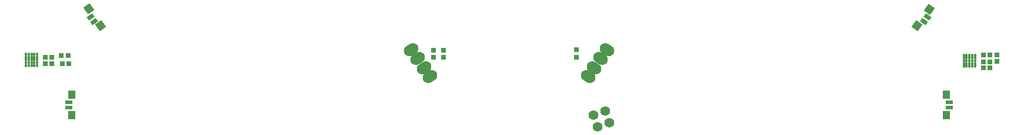
<source format=gts>
%FSTAX23Y23*%
%MOIN*%
%SFA1B1*%

%IPPOS*%
%AMD36*
4,1,4,-0.031400,0.006600,-0.004000,-0.031800,0.031400,-0.006600,0.004000,0.031800,-0.031400,0.006600,0.0*
%
%AMD37*
4,1,4,-0.009200,-0.021000,0.022900,0.001800,0.009200,0.021000,-0.022900,-0.001800,-0.009200,-0.021000,0.0*
%
%AMD38*
4,1,4,0.004000,-0.031800,0.031400,0.006600,-0.004000,0.031800,-0.031400,-0.006600,0.004000,-0.031800,0.0*
%
%AMD39*
4,1,4,0.022900,-0.001800,-0.009200,0.021000,-0.022900,0.001800,0.009200,-0.021000,0.022900,-0.001800,0.0*
%
%AMD44*
4,1,4,-0.008400,-0.032600,0.027700,0.019000,0.008400,0.032600,-0.027700,-0.019000,-0.008400,-0.032600,0.0*
1,1,0.063120,0.009700,-0.006800*
1,1,0.063120,-0.009700,0.006800*
%
%AMD45*
4,1,4,-0.027700,0.019000,0.008400,-0.032600,0.027700,-0.019000,-0.008400,0.032600,-0.027700,0.019000,0.0*
1,1,0.063120,-0.009700,-0.006800*
1,1,0.063120,0.009700,0.006800*
%
%ADD33C,0.018000*%
%ADD34R,0.039500X0.023750*%
%ADD35R,0.043430X0.047370*%
G04~CAMADD=36~9~0.0~0.0~473.7~434.3~0.0~0.0~0~0.0~0.0~0.0~0.0~0~0.0~0.0~0.0~0.0~0~0.0~0.0~0.0~125.5~628.0~635.0*
%ADD36D36*%
G04~CAMADD=37~9~0.0~0.0~395.0~237.5~0.0~0.0~0~0.0~0.0~0.0~0.0~0~0.0~0.0~0.0~0.0~0~0.0~0.0~0.0~215.5~458.0~419.0*
%ADD37D37*%
G04~CAMADD=38~9~0.0~0.0~473.7~434.3~0.0~0.0~0~0.0~0.0~0.0~0.0~0~0.0~0.0~0.0~0.0~0~0.0~0.0~0.0~234.5~628.0~635.0*
%ADD38D38*%
G04~CAMADD=39~9~0.0~0.0~395.0~237.5~0.0~0.0~0~0.0~0.0~0.0~0.0~0~0.0~0.0~0.0~0.0~0~0.0~0.0~0.0~324.5~458.0~419.0*
%ADD39D39*%
%ADD40R,0.030000X0.031620*%
%ADD41R,0.031620X0.030000*%
%ADD42R,0.029650X0.029650*%
%ADD43C,0.055240*%
G04~CAMADD=44~3~0.0~0.0~631.2~867.4~0.0~0.0~0~0.0~0.0~0.0~0.0~0~0.0~0.0~0.0~0.0~0~0.0~0.0~0.0~235.0~820.0~762.0*
%ADD44D44*%
G04~CAMADD=45~3~0.0~0.0~631.2~867.4~0.0~0.0~0~0.0~0.0~0.0~0.0~0~0.0~0.0~0.0~0.0~0~0.0~0.0~0.0~125.0~820.0~762.0*
%ADD45D45*%
%LNfront_flex-1*%
%LPD*%
G54D33*
X-02738Y0066D03*
X-02722D03*
X-02706D03*
X-02691D03*
X-02675D03*
X-02738Y00644D03*
X-02722D03*
X-02706D03*
X-02691D03*
X-02675D03*
X-02738Y00628D03*
X-02722D03*
X-02706D03*
X-02691D03*
X-02675D03*
X-02738Y00613D03*
X-02722D03*
X-02706D03*
X-02691D03*
X-02675D03*
X-02738Y00597D03*
X-02722D03*
X-02706D03*
X-02691D03*
X-02675D03*
X02577Y00654D03*
X02592D03*
X02608D03*
X02624D03*
X0264D03*
X02577Y00639D03*
X02592D03*
X02608D03*
X02624D03*
X0264D03*
X02577Y00623D03*
X02592D03*
X02608D03*
X02624D03*
X0264D03*
X02577Y00607D03*
X02592D03*
X02608D03*
X02624D03*
X0264D03*
X02577Y00591D03*
X02592D03*
X02608D03*
X02624D03*
X0264D03*
G54D34*
X-02496Y00386D03*
Y00355D03*
X02496D03*
Y00386D03*
G54D35*
X-02479Y00311D03*
Y0043D03*
X02479D03*
Y00311D03*
G54D36*
X-02382Y00918D03*
X-02314Y00822D03*
G54D37*
X-02353Y00847D03*
X-02372Y00873D03*
G54D38*
X02312Y00821D03*
X02381Y00917D03*
G54D39*
X0237Y00872D03*
X02352Y00846D03*
G54D40*
X02687Y00581D03*
X02724D03*
X02687Y00656D03*
X02724D03*
X02687Y00616D03*
X02724D03*
X-02533Y00605D03*
X-02495D03*
X-02537Y00651D03*
X-02499D03*
X-02628Y00605D03*
X-02591D03*
Y00643D03*
X-02628D03*
G54D41*
X02765Y00657D03*
Y00619D03*
X-00372Y00644D03*
Y00681D03*
X-00428D03*
Y00644D03*
G54D42*
X00381Y00687D03*
Y00641D03*
G54D43*
X00478Y00311D03*
X00502Y00245D03*
X00569Y00269D03*
X00545Y00335D03*
G54D44*
X00447Y00532D03*
X00483Y00584D03*
X00519Y00635D03*
X00555Y00687D03*
G54D45*
X-00447Y00532D03*
X-00483Y00584D03*
X-00519Y00635D03*
X-00555Y00687D03*
M02*
</source>
